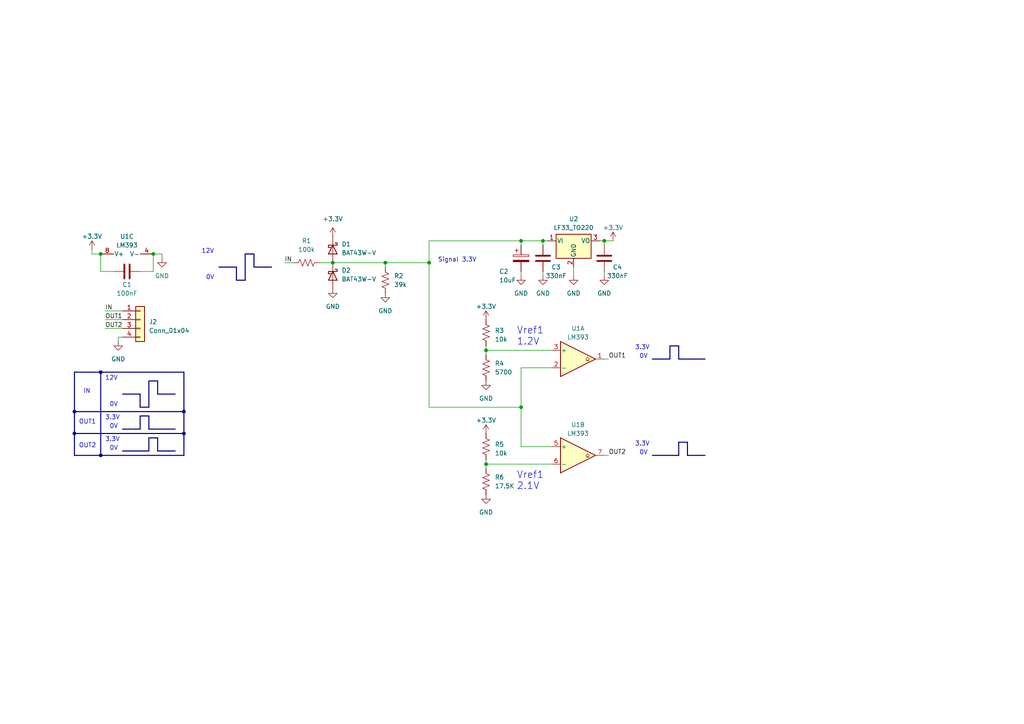
<source format=kicad_sch>
(kicad_sch (version 20230121) (generator eeschema)
  (paper "A4")
  (lib_symbols
    (symbol "Comparator:LM393" (pin_names (offset 0.127))
      (property "Reference" "U" (at 3.81 3.81 0))
      (property "Value" "LM393" (at 6.35 -3.81 0))
      (symbol "LM393_1_1"
        (polyline (pts (xy -5.08 5.08) (xy 5.08 0) (xy -5.08 -5.08) (xy -5.08 5.08)) (stroke (width 0.254)) (fill (type background)))
        (polyline (pts (xy 3.302 -0.508) (xy 2.794 -0.508) (xy 3.302 0) (xy 2.794 0.508) (xy 2.286 0) (xy 2.794 -0.508) (xy 2.286 -0.508)) (stroke (width 0.127)))
        (pin open_collector line (at 7.62 0 180) (length 2.54) (name "~") (number "1"))
        (pin input line (at -7.62 -2.54 0) (length 2.54) (name "-") (number "2"))
        (pin input line (at -7.62 2.54 0) (length 2.54) (name "+") (number "3"))
      )
      (symbol "LM393_2_1"
        (polyline (pts (xy -5.08 5.08) (xy 5.08 0) (xy -5.08 -5.08) (xy -5.08 5.08)) (stroke (width 0.254)) (fill (type background)))
        (polyline (pts (xy 3.302 -0.508) (xy 2.794 -0.508) (xy 3.302 0) (xy 2.794 0.508) (xy 2.286 0) (xy 2.794 -0.508) (xy 2.286 -0.508)) (stroke (width 0.127)))
        (pin input line (at -7.62 2.54 0) (length 2.54) (name "+") (number "5"))
        (pin input line (at -7.62 -2.54 0) (length 2.54) (name "-") (number "6"))
        (pin open_collector line (at 7.62 0 180) (length 2.54) (name "~") (number "7"))
      )
      (symbol "LM393_3_1"
        (pin power_in line (at -2.54 -7.62 90) (length 3.81) (name "V-") (number "4"))
        (pin power_in line (at -2.54 7.62 270) (length 3.81) (name "V+") (number "8"))
      )
    )
    (symbol "Connector_Generic:Conn_01x04" (pin_names (offset 1.016) hide)
      (property "Reference" "J" (at 0 5.08 0))
      (property "Value" "Conn_01x04" (at 0 -7.62 0))
      (symbol "Conn_01x04_1_1"
        (rectangle (start -1.27 -4.953) (end 0 -5.207) (stroke (width 0.1524)))
        (rectangle (start -1.27 -2.413) (end 0 -2.667) (stroke (width 0.1524)))
        (rectangle (start -1.27 0.127) (end 0 -0.127) (stroke (width 0.1524)))
        (rectangle (start -1.27 2.667) (end 0 2.413) (stroke (width 0.1524)))
        (rectangle (start -1.27 3.81) (end 1.27 -6.35) (stroke (width 0.254)) (fill (type background)))
        (pin passive line (at -5.08 2.54 0) (length 3.81) (name "Pin_1") (number "1"))
        (pin passive line (at -5.08 0 0) (length 3.81) (name "Pin_2") (number "2"))
        (pin passive line (at -5.08 -2.54 0) (length 3.81) (name "Pin_3") (number "3"))
        (pin passive line (at -5.08 -5.08 0) (length 3.81) (name "Pin_4") (number "4"))
      )
    )
    (symbol "Device:C" (pin_numbers hide) (pin_names (offset 0.254))
      (property "Reference" "C" (at 0.635 2.54 0))
      (property "Value" "C" (at 0.635 -2.54 0))
      (symbol "C_0_1"
        (polyline (pts (xy -2.032 -0.762) (xy 2.032 -0.762)) (stroke (width 0.508)))
        (polyline (pts (xy -2.032 0.762) (xy 2.032 0.762)) (stroke (width 0.508)))
      )
      (symbol "C_1_1"
        (pin passive line (at 0 3.81 270) (length 2.794) (name "~") (number "1"))
        (pin passive line (at 0 -3.81 90) (length 2.794) (name "~") (number "2"))
      )
    )
    (symbol "Device:C_Polarized" (pin_numbers hide) (pin_names (offset 0.254))
      (property "Reference" "C" (at 0.635 2.54 0))
      (property "Value" "C_Polarized" (at 0.635 -2.54 0))
      (symbol "C_Polarized_0_1"
        (rectangle (start -2.286 0.508) (end 2.286 1.016))
        (polyline (pts (xy -1.778 2.286) (xy -0.762 2.286)))
        (polyline (pts (xy -1.27 2.794) (xy -1.27 1.778)))
        (rectangle (start 2.286 -0.508) (end -2.286 -1.016) (fill (type outline)))
      )
      (symbol "C_Polarized_1_1"
        (pin passive line (at 0 3.81 270) (length 2.794) (name "~") (number "1"))
        (pin passive line (at 0 -3.81 90) (length 2.794) (name "~") (number "2"))
      )
    )
    (symbol "Device:R_US" (pin_numbers hide) (pin_names (offset 0))
      (property "Reference" "R" (at 2.54 0 90))
      (property "Value" "R_US" (at -2.54 0 90))
      (symbol "R_US_0_1"
        (polyline (pts (xy 0 -2.286) (xy 0 -2.54)))
        (polyline (pts (xy 0 2.286) (xy 0 2.54)))
        (polyline (pts (xy 0 -0.762) (xy 1.016 -1.143) (xy 0 -1.524) (xy -1.016 -1.905) (xy 0 -2.286)))
        (polyline (pts (xy 0 0.762) (xy 1.016 0.381) (xy 0 0) (xy -1.016 -0.381) (xy 0 -0.762)))
        (polyline (pts (xy 0 2.286) (xy 1.016 1.905) (xy 0 1.524) (xy -1.016 1.143) (xy 0 0.762)))
      )
      (symbol "R_US_1_1"
        (pin passive line (at 0 3.81 270) (length 1.27) (name "~") (number "1"))
        (pin passive line (at 0 -3.81 90) (length 1.27) (name "~") (number "2"))
      )
    )
    (symbol "Diode:BAT43W-V" (pin_numbers hide) (pin_names (offset 1.016) hide)
      (property "Reference" "D" (at 0 2.54 0))
      (property "Value" "BAT43W-V" (at 0 -2.54 0))
      (symbol "BAT43W-V_0_1"
        (polyline (pts (xy 1.27 0) (xy -1.27 0)))
        (polyline (pts (xy 1.27 1.27) (xy 1.27 -1.27) (xy -1.27 0) (xy 1.27 1.27)) (stroke (width 0.254)))
        (polyline (pts (xy -1.905 0.635) (xy -1.905 1.27) (xy -1.27 1.27) (xy -1.27 -1.27) (xy -0.635 -1.27) (xy -0.635 -0.635)) (stroke (width 0.254)))
      )
      (symbol "BAT43W-V_1_1"
        (pin passive line (at -3.81 0 0) (length 2.54) (name "K") (number "1"))
        (pin passive line (at 3.81 0 180) (length 2.54) (name "A") (number "2"))
      )
    )
    (symbol "Regulator_Linear:LF33_TO220" (pin_names (offset 0.254))
      (property "Reference" "U" (at -3.81 3.175 0))
      (property "Value" "LF33_TO220" (at 0 3.175 0))
      (symbol "LF33_TO220_0_1"
        (rectangle (start -5.08 1.905) (end 5.08 -5.08) (stroke (width 0.254)) (fill (type background)))
      )
      (symbol "LF33_TO220_1_1"
        (pin power_in line (at -7.62 0 0) (length 2.54) (name "VI") (number "1"))
        (pin power_in line (at 0 -7.62 90) (length 2.54) (name "GND") (number "2"))
        (pin power_out line (at 7.62 0 180) (length 2.54) (name "VO") (number "3"))
      )
    )
    (symbol "power:+3.3V" (power) (pin_names (offset 0))
      (property "Value" "+3.3V" (at 0 3.556 0))
      (symbol "+3.3V_0_1"
        (polyline (pts (xy -0.762 1.27) (xy 0 2.54)))
        (polyline (pts (xy 0 0) (xy 0 2.54)))
        (polyline (pts (xy 0 2.54) (xy 0.762 1.27)))
      )
      (symbol "+3.3V_1_1"
        (pin power_in line (at 0 0 90) (length 0) hide (name "+3.3V") (number "1"))
      )
    )
    (symbol "power:GND" (power) (pin_names (offset 0))
      (property "Value" "GND" (at 0 -3.81 0))
      (symbol "GND_0_1"
        (polyline (pts (xy 0 0) (xy 0 -1.27) (xy 1.27 -1.27) (xy 0 -2.54) (xy -1.27 -1.27) (xy 0 -1.27)))
      )
      (symbol "GND_1_1"
        (pin power_in line (at 0 0 270) (length 0) hide (name "GND") (number "1"))
      )
    )
  )
  (junction (at 53.34 119.38))
  (junction (at 157.48 69.85))
  (junction (at 29.21 73.66))
  (junction (at 44.45 73.66))
  (junction (at 151.13 69.85))
  (junction (at 21.59 125.73))
  (junction (at 175.26 69.85))
  (junction (at 29.21 132.08))
  (junction (at 124.46 76.2))
  (junction (at 53.34 125.73))
  (junction (at 140.97 101.6))
  (junction (at 140.97 134.62))
  (junction (at 96.52 76.2))
  (junction (at 29.21 107.95))
  (junction (at 151.13 118.11))
  (junction (at 111.76 76.2))
  (junction (at 21.59 119.38))
  (wire (pts (xy 140.97 134.62) (xy 160.02 134.62)))
  (wire (pts (xy 46.99 73.66) (xy 46.99 74.93)))
  (wire (pts (xy 158.75 69.85) (xy 157.48 69.85)))
  (bus (pts (xy 199.39 128.27) (xy 199.39 132.08)))
  (wire (pts (xy 82.55 76.2) (xy 85.09 76.2)))
  (bus (pts (xy 45.72 130.81) (xy 50.8 130.81)))
  (bus (pts (xy 40.64 114.3) (xy 40.64 118.11)))
  (wire (pts (xy 175.26 104.14) (xy 176.53 104.14)))
  (wire (pts (xy 96.52 76.2) (xy 92.71 76.2)))
  (bus (pts (xy 21.59 119.38) (xy 53.34 119.38)))
  (bus (pts (xy 40.64 124.46) (xy 40.64 120.65)))
  (wire (pts (xy 111.76 77.47) (xy 111.76 76.2)))
  (wire (pts (xy 44.45 78.74) (xy 44.45 73.66)))
  (bus (pts (xy 196.85 128.27) (xy 199.39 128.27)))
  (wire (pts (xy 175.26 78.74) (xy 175.26 80.01)))
  (wire (pts (xy 175.26 69.85) (xy 175.26 71.12)))
  (wire (pts (xy 151.13 78.74) (xy 151.13 80.01)))
  (bus (pts (xy 45.72 110.49) (xy 45.72 114.3)))
  (wire (pts (xy 30.48 95.25) (xy 35.56 95.25)))
  (bus (pts (xy 35.56 114.3) (xy 40.64 114.3)))
  (bus (pts (xy 45.72 127) (xy 45.72 130.81)))
  (bus (pts (xy 43.18 118.11) (xy 43.18 110.49)))
  (bus (pts (xy 63.5 77.47) (xy 68.58 77.47)))
  (wire (pts (xy 140.97 100.33) (xy 140.97 101.6)))
  (bus (pts (xy 196.85 104.14) (xy 204.47 104.14)))
  (bus (pts (xy 43.18 124.46) (xy 50.8 124.46)))
  (bus (pts (xy 196.85 132.08) (xy 196.85 128.27)))
  (wire (pts (xy 140.97 101.6) (xy 160.02 101.6)))
  (wire (pts (xy 173.99 69.85) (xy 175.26 69.85)))
  (wire (pts (xy 111.76 76.2) (xy 124.46 76.2)))
  (bus (pts (xy 43.18 127) (xy 45.72 127)))
  (bus (pts (xy 43.18 110.49) (xy 45.72 110.49)))
  (bus (pts (xy 189.23 132.08) (xy 196.85 132.08)))
  (wire (pts (xy 34.29 97.79) (xy 35.56 97.79)))
  (wire (pts (xy 151.13 71.12) (xy 151.13 69.85)))
  (wire (pts (xy 151.13 106.68) (xy 160.02 106.68)))
  (wire (pts (xy 151.13 118.11) (xy 151.13 129.54)))
  (bus (pts (xy 68.58 81.28) (xy 71.12 81.28)))
  (wire (pts (xy 26.67 72.39) (xy 26.67 73.66)))
  (bus (pts (xy 29.21 107.95) (xy 53.34 107.95)))
  (bus (pts (xy 21.59 107.95) (xy 29.21 107.95)))
  (bus (pts (xy 194.31 104.14) (xy 194.31 100.33)))
  (wire (pts (xy 26.67 73.66) (xy 29.21 73.66)))
  (wire (pts (xy 157.48 78.74) (xy 157.48 80.01)))
  (wire (pts (xy 157.48 69.85) (xy 157.48 71.12)))
  (bus (pts (xy 29.21 107.95) (xy 29.21 132.08)))
  (bus (pts (xy 29.21 132.08) (xy 53.34 132.08)))
  (wire (pts (xy 175.26 69.85) (xy 177.8 69.85)))
  (wire (pts (xy 151.13 106.68) (xy 151.13 118.11)))
  (wire (pts (xy 29.21 78.74) (xy 33.02 78.74)))
  (bus (pts (xy 196.85 100.33) (xy 196.85 104.14)))
  (bus (pts (xy 40.64 118.11) (xy 43.18 118.11)))
  (bus (pts (xy 21.59 119.38) (xy 21.59 125.73)))
  (bus (pts (xy 189.23 104.14) (xy 194.31 104.14)))
  (wire (pts (xy 124.46 76.2) (xy 124.46 69.85)))
  (bus (pts (xy 35.56 130.81) (xy 43.18 130.81)))
  (bus (pts (xy 45.72 114.3) (xy 50.8 114.3)))
  (bus (pts (xy 21.59 125.73) (xy 53.34 125.73)))
  (wire (pts (xy 111.76 76.2) (xy 96.52 76.2)))
  (wire (pts (xy 140.97 134.62) (xy 140.97 135.89)))
  (wire (pts (xy 151.13 69.85) (xy 157.48 69.85)))
  (wire (pts (xy 166.37 77.47) (xy 166.37 80.01)))
  (bus (pts (xy 53.34 119.38) (xy 53.34 125.73)))
  (bus (pts (xy 43.18 120.65) (xy 43.18 124.46)))
  (bus (pts (xy 21.59 125.73) (xy 21.59 132.08)))
  (bus (pts (xy 199.39 132.08) (xy 204.47 132.08)))
  (bus (pts (xy 68.58 77.47) (xy 68.58 81.28)))
  (wire (pts (xy 34.29 99.06) (xy 34.29 97.79)))
  (bus (pts (xy 73.66 77.47) (xy 78.74 77.47)))
  (wire (pts (xy 30.48 92.71) (xy 35.56 92.71)))
  (bus (pts (xy 21.59 107.95) (xy 21.59 119.38)))
  (bus (pts (xy 71.12 73.66) (xy 73.66 73.66)))
  (wire (pts (xy 151.13 129.54) (xy 160.02 129.54)))
  (wire (pts (xy 140.97 101.6) (xy 140.97 102.87)))
  (wire (pts (xy 44.45 73.66) (xy 46.99 73.66)))
  (bus (pts (xy 43.18 130.81) (xy 43.18 127)))
  (bus (pts (xy 53.34 107.95) (xy 53.34 119.38)))
  (bus (pts (xy 40.64 120.65) (xy 43.18 120.65)))
  (wire (pts (xy 175.26 132.08) (xy 176.53 132.08)))
  (wire (pts (xy 140.97 133.35) (xy 140.97 134.62)))
  (wire (pts (xy 124.46 76.2) (xy 124.46 118.11)))
  (wire (pts (xy 29.21 73.66) (xy 29.21 78.74)))
  (bus (pts (xy 53.34 125.73) (xy 53.34 132.08)))
  (wire (pts (xy 124.46 69.85) (xy 151.13 69.85)))
  (wire (pts (xy 30.48 90.17) (xy 35.56 90.17)))
  (bus (pts (xy 71.12 81.28) (xy 71.12 73.66)))
  (wire (pts (xy 124.46 118.11) (xy 151.13 118.11)))
  (bus (pts (xy 194.31 100.33) (xy 196.85 100.33)))
  (bus (pts (xy 73.66 73.66) (xy 73.66 77.47)))
  (bus (pts (xy 21.59 132.08) (xy 29.21 132.08)))
  (wire (pts (xy 40.64 78.74) (xy 44.45 78.74)))
  (bus (pts (xy 35.56 124.46) (xy 40.64 124.46)))
  (text "0V\n" (at 31.75 124.46 0) (effects (font (size 1.27 1.27)) (justify left bottom)))
  (text "0V\n" (at 185.42 104.14 0) (effects (font (size 1.27 1.27)) (justify left bottom)))
  (text "Signal 3.3V\n" (at 127 76.2 0) (effects (font (size 1.27 1.27)) (justify left bottom)))
  (text "3.3V\n" (at 30.48 121.92 0) (effects (font (size 1.27 1.27)) (justify left bottom)))
  (text "0V\n" (at 31.75 118.11 0) (effects (font (size 1.27 1.27)) (justify left bottom)))
  (text "OUT1\n" (at 22.86 123.19 0) (effects (font (size 1.27 1.27)) (justify left bottom)))
  (text "OUT2\n\n" (at 22.86 132.08 0) (effects (font (size 1.27 1.27)) (justify left bottom)))
  (text "3.3V\n" (at 184.15 101.6 0) (effects (font (size 1.27 1.27)) (justify left bottom)))
  (text "12V\n" (at 30.48 110.49 0) (effects (font (size 1.27 1.27)) (justify left bottom)))
  (text "3.3V\n" (at 184.15 129.54 0) (effects (font (size 1.27 1.27)) (justify left bottom)))
  (text "Vref1\n2.1V\n" (at 149.86 142.24 0) (effects (font (size 2 2)) (justify left bottom)))
  (text "IN\n" (at 24.13 114.3 0) (effects (font (size 1.27 1.27)) (justify left bottom)))
  (text "Vref1\n1.2V\n" (at 149.86 100.33 0) (effects (font (size 2 2)) (justify left bottom)))
  (text "0V\n" (at 31.75 130.81 0) (effects (font (size 1.27 1.27)) (justify left bottom)))
  (text "0V\n" (at 59.69 81.28 0) (effects (font (size 1.27 1.27)) (justify left bottom)))
  (text "12V\n" (at 58.42 73.66 0) (effects (font (size 1.27 1.27)) (justify left bottom)))
  (text "3.3V\n" (at 30.48 128.27 0) (effects (font (size 1.27 1.27)) (justify left bottom)))
  (text "0V\n" (at 185.42 132.08 0) (effects (font (size 1.27 1.27)) (justify left bottom)))
  (label "OUT1" (at 30.48 92.71 0))
  (label "OUT2" (at 176.53 132.08 0))
  (label "OUT2" (at 30.48 95.25 0))
  (label "IN" (at 82.55 76.2 0))
  (label "IN" (at 30.48 90.17 0))
  (label "OUT1" (at 176.53 104.14 0))
  (symbol (lib_id "power:+3.3V") (at 96.52 68.58 0) (unit 1)
    (property "Reference" "#PWR03" (effects hide))
    (property "Value" "+3.3V" (at 96.52 63.5 0))
  )
  (symbol (lib_id "Connector_Generic:Conn_01x04") (at 40.64 92.71 0) (unit 1)
    (property "Reference" "J2" (at 43.18 93.345 0) (effects (justify left)))
    (property "Value" "Conn_01x04" (at 43.18 95.885 0) (effects (justify left)))
    (property "Footprint" "EmpreinteCIFAM:Connector_1x04_P2.54mm_Vertical" (effects hide))
  )
  (symbol (lib_id "power:+3.3V") (at 140.97 125.73 0) (unit 1)
    (property "Reference" "#PWR013" (effects hide))
    (property "Value" "+3.3V" (at 140.97 121.92 0))
  )
  (symbol (lib_id "Device:C_Polarized") (at 151.13 74.93 0) (unit 1)
    (property "Reference" "C2" (at 144.78 78.74 0) (effects (justify left)))
    (property "Value" "10uF" (at 144.78 81.28 0) (effects (justify left)))
    (property "Footprint" "Capacitor_THT:CP_Radial_D4.0mm_P2.00mm" (effects hide))
  )
  (symbol (lib_id "power:GND") (at 166.37 80.01 0) (unit 1)
    (property "Reference" "#PWR07" (effects hide))
    (property "Value" "GND" (at 166.37 85.09 0))
  )
  (symbol (lib_id "Device:R_US") (at 140.97 139.7 0) (unit 1)
    (property "Reference" "R6" (at 143.51 138.4299 0) (effects (justify left)))
    (property "Value" "17.5K" (at 143.51 140.9699 0) (effects (justify left)))
    (property "Footprint" "EmpreinteCIFAM:R_0805_2012Metric_Pad1.15x1.40mm_HandSolder" (effects hide))
  )
  (symbol (lib_id "power:GND") (at 140.97 110.49 0) (unit 1)
    (property "Reference" "#PWR012" (effects hide))
    (property "Value" "GND" (at 140.97 115.57 0))
  )
  (symbol (lib_id "power:GND") (at 151.13 80.01 0) (unit 1)
    (property "Reference" "#PWR09" (effects hide))
    (property "Value" "GND" (at 151.13 85.09 0))
  )
  (symbol (lib_id "Device:R_US") (at 140.97 96.52 180) (unit 1)
    (property "Reference" "R3" (at 143.51 95.885 0) (effects (justify right)))
    (property "Value" "10k" (at 143.51 98.425 0) (effects (justify right)))
    (property "Footprint" "EmpreinteCIFAM:R_0805_2012Metric_Pad1.15x1.40mm_HandSolder" (effects hide))
    (property "Datasheet" "http://industrial.panasonic.com/cdbs/www-data/pdf/RDO0000/RDO0000C337.pdf" (effects hide))
    (property "Fournisseur" "F 2253910" (effects hide))
  )
  (symbol (lib_id "Comparator:LM393") (at 167.64 132.08 0) (unit 2)
    (property "Reference" "U1" (at 167.64 123.19 0))
    (property "Value" "LM393" (at 167.64 125.73 0))
    (property "Footprint" "Package_DIP:DIP-8_W7.62mm" (effects hide))
    (property "Datasheet" "http://www.ti.com/lit/ds/symlink/lm393.pdf" (effects hide))
  )
  (symbol (lib_id "power:GND") (at 46.99 74.93 0) (unit 1)
    (property "Reference" "#PWR01" (effects hide))
    (property "Value" "GND" (at 46.99 80.01 0))
  )
  (symbol (lib_id "Device:R_US") (at 140.97 106.68 0) (unit 1)
    (property "Reference" "R4" (at 143.51 105.4099 0) (effects (justify left)))
    (property "Value" "5700" (at 143.51 107.9499 0) (effects (justify left)))
    (property "Footprint" "EmpreinteCIFAM:R_0805_2012Metric_Pad1.15x1.40mm_HandSolder" (effects hide))
  )
  (symbol (lib_id "Device:R_US") (at 140.97 129.54 180) (unit 1)
    (property "Reference" "R5" (at 143.51 128.905 0) (effects (justify right)))
    (property "Value" "10k" (at 143.51 131.445 0) (effects (justify right)))
    (property "Footprint" "EmpreinteCIFAM:R_0805_2012Metric_Pad1.15x1.40mm_HandSolder" (effects hide))
    (property "Datasheet" "http://industrial.panasonic.com/cdbs/www-data/pdf/RDO0000/RDO0000C337.pdf" (effects hide))
    (property "Fournisseur" "F 2253910" (effects hide))
  )
  (symbol (lib_id "power:+3.3V") (at 177.8 69.85 0) (unit 1)
    (property "Reference" "#PWR010" (effects hide))
    (property "Value" "+3.3V" (at 177.8 66.04 0))
  )
  (symbol (lib_id "Regulator_Linear:LF33_TO220") (at 166.37 69.85 0) (unit 1)
    (property "Reference" "U2" (at 166.37 63.5 0))
    (property "Value" "LF33_TO220" (at 166.37 66.04 0))
    (property "Footprint" "Package_TO_SOT_THT:TO-220-3_Vertical" (effects hide))
    (property "Datasheet" "http://www.st.com/content/ccc/resource/technical/document/datasheet/c4/0e/7e/2a/be/bc/4c/bd/CD00000546.pdf/files/CD00000546.pdf/jcr:content/translations/en.CD00000546.pdf" (effects hide))
  )
  (symbol (lib_id "power:GND") (at 111.76 85.09 0) (unit 1)
    (property "Reference" "#PWR05" (effects hide))
    (property "Value" "GND" (at 111.76 90.17 0))
  )
  (symbol (lib_id "Device:R_US") (at 88.9 76.2 90) (unit 1)
    (property "Reference" "R1" (at 88.9 69.85 90))
    (property "Value" "100k" (at 88.9 72.39 90))
    (property "Footprint" "EmpreinteCIFAM:R_0805_2012Metric_Pad1.15x1.40mm_HandSolder" (effects hide))
    (property "Datasheet" "http://industrial.panasonic.com/cdbs/www-data/pdf/RDO0000/RDO0000C337.pdf" (effects hide))
    (property "Fournisseur" "F 2253910" (effects hide))
  )
  (symbol (lib_id "power:GND") (at 34.29 99.06 0) (unit 1)
    (property "Reference" "#PWR015" (effects hide))
    (property "Value" "GND" (at 34.29 104.14 0))
  )
  (symbol (lib_id "Diode:BAT43W-V") (at 96.52 72.39 270) (unit 1)
    (property "Reference" "D1" (at 99.06 70.8024 90) (effects (justify left)))
    (property "Value" "BAT43W-V" (at 99.06 73.3424 90) (effects (justify left)))
    (property "Footprint" "Diode_SMD:D_SOD-123" (effects hide))
    (property "Datasheet" "https://4donline.ihs.com/images/VipMasterIC/IC/VISH/VISH-S-A0004024731/VISH-S-A0004680368-1.pdf?hkey=6D3A4C79FDBF58556ACFDE234799DDF0" (effects hide))
    (property "Fournisseur" "F 2689976" (effects hide))
  )
  (symbol (lib_id "Comparator:LM393") (at 36.83 71.12 90) (unit 3)
    (property "Reference" "U1" (at 36.83 68.58 90))
    (property "Value" "LM393" (at 36.83 71.12 90))
    (property "Footprint" "Package_DIP:DIP-8_W7.62mm" (effects hide))
    (property "Datasheet" "http://www.ti.com/lit/ds/symlink/lm393.pdf" (effects hide))
  )
  (symbol (lib_id "power:GND") (at 140.97 143.51 0) (unit 1)
    (property "Reference" "#PWR014" (effects hide))
    (property "Value" "GND" (at 140.97 148.59 0))
  )
  (symbol (lib_id "power:GND") (at 157.48 80.01 0) (unit 1)
    (property "Reference" "#PWR06" (effects hide))
    (property "Value" "GND" (at 157.48 85.09 0))
  )
  (symbol (lib_id "Diode:BAT43W-V") (at 96.52 80.01 270) (unit 1)
    (property "Reference" "D2" (at 99.06 78.4224 90) (effects (justify left)))
    (property "Value" "BAT43W-V" (at 99.06 80.9624 90) (effects (justify left)))
    (property "Footprint" "Diode_SMD:D_SOD-123" (effects hide))
    (property "Datasheet" "https://4donline.ihs.com/images/VipMasterIC/IC/VISH/VISH-S-A0004024731/VISH-S-A0004680368-1.pdf?hkey=6D3A4C79FDBF58556ACFDE234799DDF0" (effects hide))
    (property "Fournisseur" "F 2689976" (effects hide))
  )
  (symbol (lib_id "Device:R_US") (at 111.76 81.28 0) (unit 1)
    (property "Reference" "R2" (at 114.3 80.0099 0) (effects (justify left)))
    (property "Value" "39k" (at 114.3 82.5499 0) (effects (justify left)))
    (property "Footprint" "EmpreinteCIFAM:R_0805_2012Metric_Pad1.15x1.40mm_HandSolder" (effects hide))
  )
  (symbol (lib_id "power:+3.3V") (at 26.67 72.39 0) (unit 1)
    (property "Reference" "#PWR02" (effects hide))
    (property "Value" "+3.3V" (at 26.67 68.58 0))
  )
  (symbol (lib_id "power:+3.3V") (at 140.97 92.71 0) (unit 1)
    (property "Reference" "#PWR011" (effects hide))
    (property "Value" "+3.3V" (at 140.97 88.9 0))
  )
  (symbol (lib_id "Device:C") (at 175.26 74.93 180) (unit 1)
    (property "Reference" "C4" (at 179.07 77.47 0))
    (property "Value" "330nF" (at 179.07 80.01 0))
    (property "Footprint" "EmpreinteCIFAM:C_0805_2012Metric_Pad1.15x1.40mm_HandSolder" (effects hide))
  )
  (symbol (lib_id "Device:C") (at 36.83 78.74 90) (unit 1)
    (property "Reference" "C1" (at 36.83 82.55 90))
    (property "Value" "100nF" (at 36.83 85.09 90))
    (property "Footprint" "EmpreinteCIFAM:C_0805_2012Metric_Pad1.15x1.40mm_HandSolder" (effects hide))
  )
  (symbol (lib_id "Device:C") (at 157.48 74.93 180) (unit 1)
    (property "Reference" "C3" (at 161.29 77.47 0))
    (property "Value" "330nF" (at 161.29 80.01 0))
    (property "Footprint" "EmpreinteCIFAM:C_0805_2012Metric_Pad1.15x1.40mm_HandSolder" (effects hide))
  )
  (symbol (lib_id "power:GND") (at 96.52 83.82 0) (unit 1)
    (property "Reference" "#PWR04" (effects hide))
    (property "Value" "GND" (at 96.52 88.9 0))
  )
  (symbol (lib_id "power:GND") (at 175.26 80.01 0) (unit 1)
    (property "Reference" "#PWR08" (effects hide))
    (property "Value" "GND" (at 175.26 85.09 0))
  )
  (symbol (lib_id "Comparator:LM393") (at 167.64 104.14 0) (unit 1)
    (property "Reference" "U1" (at 167.64 95.25 0))
    (property "Value" "LM393" (at 167.64 97.79 0))
    (property "Footprint" "Package_DIP:DIP-8_W7.62mm" (effects hide))
    (property "Datasheet" "http://www.ti.com/lit/ds/symlink/lm393.pdf" (effects hide))
  )
)
</source>
